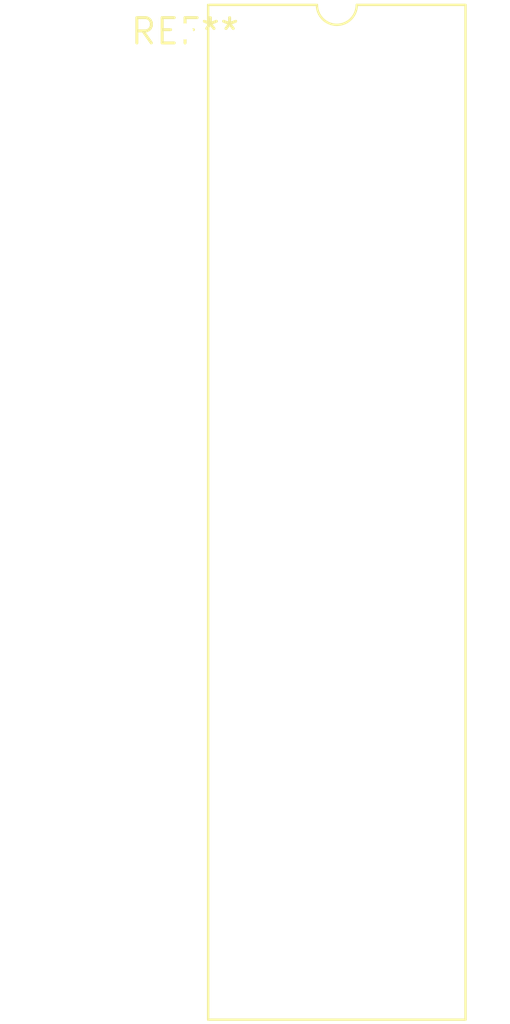
<source format=kicad_pcb>
(kicad_pcb (version 20240108) (generator pcbnew)
  (layers (0 "F.Cu" signal) (31 "B.Cu" signal) (34 "B.Paste" user) (35 "F.Paste" user) (36 "B.SilkS" user "B.Silkscreen") (37 "F.SilkS" user "F.Silkscreen") (38 "B.Mask" user) (39 "F.Mask" user) (44 "Edge.Cuts" user))
  (net 0 "")
  (footprint "DIP-40_W15.24mm" (layer "F.Cu") (at 0 0)
    (property "Reference" "REF**")
    (property "Value" "DIP-40_W15.24mm")
    (fp_line (start 1.16 -1.33) (end 1.16 49.59) (layer "F.SilkS") (stroke (width 0.12)))
    (fp_line (start 1.16 49.59) (end 14.08 49.59) (layer "F.SilkS") (stroke (width 0.12)))
    (fp_line (start 6.62 -1.33) (end 1.16 -1.33) (layer "F.SilkS") (stroke (width 0.12)))
    (fp_line (start 14.08 -1.33) (end 8.62 -1.33) (layer "F.SilkS") (stroke (width 0.12)))
    (fp_line (start 14.08 49.59) (end 14.08 -1.33) (layer "F.SilkS") (stroke (width 0.12)))
    (fp_arc (start 8.62 -1.33) (mid 7.62 -0.33) (end 6.62 -1.33) (layer "F.SilkS") (stroke (width 0.12)))
    (pad "1" thru_hole rect (at 0 0) (size 1.6 1.6) (drill 0.8) (layers *.Cu *.Mask) (remove_unused_layers))
    (pad "2" thru_hole oval (at 0 2.54) (size 1.6 1.6) (drill 0.8) (layers *.Cu *.Mask) (remove_unused_layers))
    (pad "3" thru_hole oval (at 0 5.08) (size 1.6 1.6) (drill 0.8) (layers *.Cu *.Mask) (remove_unused_layers))
    (pad "4" thru_hole oval (at 0 7.62) (size 1.6 1.6) (drill 0.8) (layers *.Cu *.Mask) (remove_unused_layers))
    (pad "5" thru_hole oval (at 0 10.16) (size 1.6 1.6) (drill 0.8) (layers *.Cu *.Mask) (remove_unused_layers))
    (pad "6" thru_hole oval (at 0 12.7) (size 1.6 1.6) (drill 0.8) (layers *.Cu *.Mask) (remove_unused_layers))
    (pad "7" thru_hole oval (at 0 15.24) (size 1.6 1.6) (drill 0.8) (layers *.Cu *.Mask) (remove_unused_layers))
    (pad "8" thru_hole oval (at 0 17.78) (size 1.6 1.6) (drill 0.8) (layers *.Cu *.Mask) (remove_unused_layers))
    (pad "9" thru_hole oval (at 0 20.32) (size 1.6 1.6) (drill 0.8) (layers *.Cu *.Mask) (remove_unused_layers))
    (pad "10" thru_hole oval (at 0 22.86) (size 1.6 1.6) (drill 0.8) (layers *.Cu *.Mask) (remove_unused_layers))
    (pad "11" thru_hole oval (at 0 25.4) (size 1.6 1.6) (drill 0.8) (layers *.Cu *.Mask) (remove_unused_layers))
    (pad "12" thru_hole oval (at 0 27.94) (size 1.6 1.6) (drill 0.8) (layers *.Cu *.Mask) (remove_unused_layers))
    (pad "13" thru_hole oval (at 0 30.48) (size 1.6 1.6) (drill 0.8) (layers *.Cu *.Mask) (remove_unused_layers))
    (pad "14" thru_hole oval (at 0 33.02) (size 1.6 1.6) (drill 0.8) (layers *.Cu *.Mask) (remove_unused_layers))
    (pad "15" thru_hole oval (at 0 35.56) (size 1.6 1.6) (drill 0.8) (layers *.Cu *.Mask) (remove_unused_layers))
    (pad "16" thru_hole oval (at 0 38.1) (size 1.6 1.6) (drill 0.8) (layers *.Cu *.Mask) (remove_unused_layers))
    (pad "17" thru_hole oval (at 0 40.64) (size 1.6 1.6) (drill 0.8) (layers *.Cu *.Mask) (remove_unused_layers))
    (pad "18" thru_hole oval (at 0 43.18) (size 1.6 1.6) (drill 0.8) (layers *.Cu *.Mask) (remove_unused_layers))
    (pad "19" thru_hole oval (at 0 45.72) (size 1.6 1.6) (drill 0.8) (layers *.Cu *.Mask) (remove_unused_layers))
    (pad "20" thru_hole oval (at 0 48.26) (size 1.6 1.6) (drill 0.8) (layers *.Cu *.Mask) (remove_unused_layers))
    (pad "21" thru_hole oval (at 15.24 48.26) (size 1.6 1.6) (drill 0.8) (layers *.Cu *.Mask) (remove_unused_layers))
    (pad "22" thru_hole oval (at 15.24 45.72) (size 1.6 1.6) (drill 0.8) (layers *.Cu *.Mask) (remove_unused_layers))
    (pad "23" thru_hole oval (at 15.24 43.18) (size 1.6 1.6) (drill 0.8) (layers *.Cu *.Mask) (remove_unused_layers))
    (pad "24" thru_hole oval (at 15.24 40.64) (size 1.6 1.6) (drill 0.8) (layers *.Cu *.Mask) (remove_unused_layers))
    (pad "25" thru_hole oval (at 15.24 38.1) (size 1.6 1.6) (drill 0.8) (layers *.Cu *.Mask) (remove_unused_layers))
    (pad "26" thru_hole oval (at 15.24 35.56) (size 1.6 1.6) (drill 0.8) (layers *.Cu *.Mask) (remove_unused_layers))
    (pad "27" thru_hole oval (at 15.24 33.02) (size 1.6 1.6) (drill 0.8) (layers *.Cu *.Mask) (remove_unused_layers))
    (pad "28" thru_hole oval (at 15.24 30.48) (size 1.6 1.6) (drill 0.8) (layers *.Cu *.Mask) (remove_unused_layers))
    (pad "29" thru_hole oval (at 15.24 27.94) (size 1.6 1.6) (drill 0.8) (layers *.Cu *.Mask) (remove_unused_layers))
    (pad "30" thru_hole oval (at 15.24 25.4) (size 1.6 1.6) (drill 0.8) (layers *.Cu *.Mask) (remove_unused_layers))
    (pad "31" thru_hole oval (at 15.24 22.86) (size 1.6 1.6) (drill 0.8) (layers *.Cu *.Mask) (remove_unused_layers))
    (pad "32" thru_hole oval (at 15.24 20.32) (size 1.6 1.6) (drill 0.8) (layers *.Cu *.Mask) (remove_unused_layers))
    (pad "33" thru_hole oval (at 15.24 17.78) (size 1.6 1.6) (drill 0.8) (layers *.Cu *.Mask) (remove_unused_layers))
    (pad "34" thru_hole oval (at 15.24 15.24) (size 1.6 1.6) (drill 0.8) (layers *.Cu *.Mask) (remove_unused_layers))
    (pad "35" thru_hole oval (at 15.24 12.7) (size 1.6 1.6) (drill 0.8) (layers *.Cu *.Mask) (remove_unused_layers))
    (pad "36" thru_hole oval (at 15.24 10.16) (size 1.6 1.6) (drill 0.8) (layers *.Cu *.Mask) (remove_unused_layers))
    (pad "37" thru_hole oval (at 15.24 7.62) (size 1.6 1.6) (drill 0.8) (layers *.Cu *.Mask) (remove_unused_layers))
    (pad "38" thru_hole oval (at 15.24 5.08) (size 1.6 1.6) (drill 0.8) (layers *.Cu *.Mask) (remove_unused_layers))
    (pad "39" thru_hole oval (at 15.24 2.54) (size 1.6 1.6) (drill 0.8) (layers *.Cu *.Mask) (remove_unused_layers))
    (pad "40" thru_hole oval (at 15.24 0) (size 1.6 1.6) (drill 0.8) (layers *.Cu *.Mask) (remove_unused_layers))
  )
)
</source>
